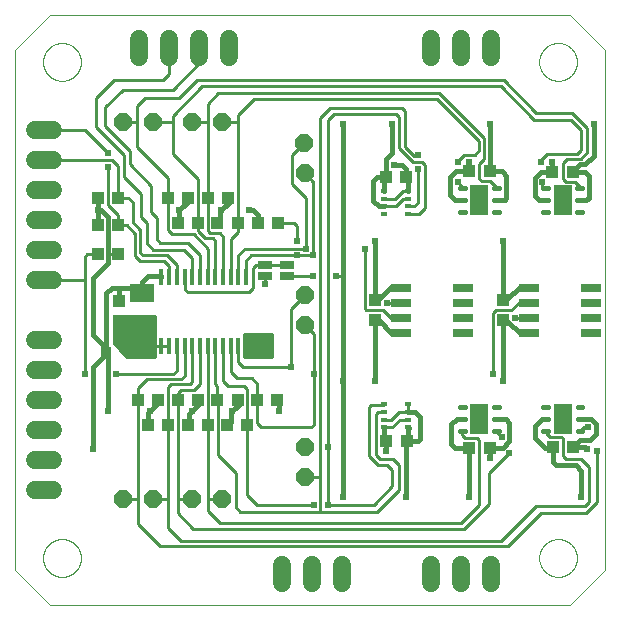
<source format=gtl>
G75*
%MOIN*%
%OFA0B0*%
%FSLAX25Y25*%
%IPPOS*%
%LPD*%
%AMOC8*
5,1,8,0,0,1.08239X$1,22.5*
%
%ADD10C,0.01772*%
%ADD11R,0.06299X0.09843*%
%ADD12C,0.00000*%
%ADD13C,0.06000*%
%ADD14R,0.01969X0.01378*%
%ADD15R,0.01400X0.05800*%
%ADD16R,0.07087X0.03150*%
%ADD17R,0.04134X0.04252*%
%ADD18R,0.03937X0.04331*%
%ADD19R,0.04252X0.04134*%
%ADD20R,0.07874X0.05906*%
%ADD21OC8,0.06000*%
%ADD22R,0.05000X0.02500*%
%ADD23C,0.01600*%
%ADD24C,0.02400*%
%ADD25C,0.01000*%
%ADD26C,0.01500*%
%ADD27R,0.03562X0.03562*%
D10*
X0158704Y0066663D02*
X0160278Y0066663D01*
X0160278Y0070600D02*
X0158704Y0070600D01*
X0158704Y0074537D02*
X0160278Y0074537D01*
X0170122Y0074537D02*
X0171696Y0074537D01*
X0171696Y0070600D02*
X0170122Y0070600D01*
X0170122Y0066663D02*
X0171696Y0066663D01*
X0186504Y0066663D02*
X0188078Y0066663D01*
X0188078Y0070600D02*
X0186504Y0070600D01*
X0186504Y0074537D02*
X0188078Y0074537D01*
X0197922Y0074537D02*
X0199496Y0074537D01*
X0199496Y0070600D02*
X0197922Y0070600D01*
X0197922Y0066663D02*
X0199496Y0066663D01*
X0199396Y0139563D02*
X0197822Y0139563D01*
X0197822Y0143500D02*
X0199396Y0143500D01*
X0199396Y0147437D02*
X0197822Y0147437D01*
X0187978Y0147437D02*
X0186404Y0147437D01*
X0186404Y0143500D02*
X0187978Y0143500D01*
X0187978Y0139563D02*
X0186404Y0139563D01*
X0171696Y0139663D02*
X0170122Y0139663D01*
X0170122Y0143600D02*
X0171696Y0143600D01*
X0171696Y0147537D02*
X0170122Y0147537D01*
X0160278Y0147537D02*
X0158704Y0147537D01*
X0158704Y0143600D02*
X0160278Y0143600D01*
X0160278Y0139663D02*
X0158704Y0139663D01*
D11*
X0165200Y0143600D03*
X0192900Y0143500D03*
X0193000Y0070600D03*
X0165200Y0070600D03*
D12*
X0022111Y0008500D02*
X0010300Y0020311D01*
X0010300Y0193539D01*
X0022111Y0205350D01*
X0195339Y0205350D01*
X0207150Y0193539D01*
X0207150Y0020311D01*
X0195339Y0008500D01*
X0022111Y0008500D01*
X0019749Y0024248D02*
X0019751Y0024406D01*
X0019757Y0024564D01*
X0019767Y0024722D01*
X0019781Y0024880D01*
X0019799Y0025037D01*
X0019820Y0025194D01*
X0019846Y0025350D01*
X0019876Y0025506D01*
X0019909Y0025661D01*
X0019947Y0025814D01*
X0019988Y0025967D01*
X0020033Y0026119D01*
X0020082Y0026270D01*
X0020135Y0026419D01*
X0020191Y0026567D01*
X0020251Y0026713D01*
X0020315Y0026858D01*
X0020383Y0027001D01*
X0020454Y0027143D01*
X0020528Y0027283D01*
X0020606Y0027420D01*
X0020688Y0027556D01*
X0020772Y0027690D01*
X0020861Y0027821D01*
X0020952Y0027950D01*
X0021047Y0028077D01*
X0021144Y0028202D01*
X0021245Y0028324D01*
X0021349Y0028443D01*
X0021456Y0028560D01*
X0021566Y0028674D01*
X0021679Y0028785D01*
X0021794Y0028894D01*
X0021912Y0028999D01*
X0022033Y0029101D01*
X0022156Y0029201D01*
X0022282Y0029297D01*
X0022410Y0029390D01*
X0022540Y0029480D01*
X0022673Y0029566D01*
X0022808Y0029650D01*
X0022944Y0029729D01*
X0023083Y0029806D01*
X0023224Y0029878D01*
X0023366Y0029948D01*
X0023510Y0030013D01*
X0023656Y0030075D01*
X0023803Y0030133D01*
X0023952Y0030188D01*
X0024102Y0030239D01*
X0024253Y0030286D01*
X0024405Y0030329D01*
X0024558Y0030368D01*
X0024713Y0030404D01*
X0024868Y0030435D01*
X0025024Y0030463D01*
X0025180Y0030487D01*
X0025337Y0030507D01*
X0025495Y0030523D01*
X0025652Y0030535D01*
X0025811Y0030543D01*
X0025969Y0030547D01*
X0026127Y0030547D01*
X0026285Y0030543D01*
X0026444Y0030535D01*
X0026601Y0030523D01*
X0026759Y0030507D01*
X0026916Y0030487D01*
X0027072Y0030463D01*
X0027228Y0030435D01*
X0027383Y0030404D01*
X0027538Y0030368D01*
X0027691Y0030329D01*
X0027843Y0030286D01*
X0027994Y0030239D01*
X0028144Y0030188D01*
X0028293Y0030133D01*
X0028440Y0030075D01*
X0028586Y0030013D01*
X0028730Y0029948D01*
X0028872Y0029878D01*
X0029013Y0029806D01*
X0029152Y0029729D01*
X0029288Y0029650D01*
X0029423Y0029566D01*
X0029556Y0029480D01*
X0029686Y0029390D01*
X0029814Y0029297D01*
X0029940Y0029201D01*
X0030063Y0029101D01*
X0030184Y0028999D01*
X0030302Y0028894D01*
X0030417Y0028785D01*
X0030530Y0028674D01*
X0030640Y0028560D01*
X0030747Y0028443D01*
X0030851Y0028324D01*
X0030952Y0028202D01*
X0031049Y0028077D01*
X0031144Y0027950D01*
X0031235Y0027821D01*
X0031324Y0027690D01*
X0031408Y0027556D01*
X0031490Y0027420D01*
X0031568Y0027283D01*
X0031642Y0027143D01*
X0031713Y0027001D01*
X0031781Y0026858D01*
X0031845Y0026713D01*
X0031905Y0026567D01*
X0031961Y0026419D01*
X0032014Y0026270D01*
X0032063Y0026119D01*
X0032108Y0025967D01*
X0032149Y0025814D01*
X0032187Y0025661D01*
X0032220Y0025506D01*
X0032250Y0025350D01*
X0032276Y0025194D01*
X0032297Y0025037D01*
X0032315Y0024880D01*
X0032329Y0024722D01*
X0032339Y0024564D01*
X0032345Y0024406D01*
X0032347Y0024248D01*
X0032345Y0024090D01*
X0032339Y0023932D01*
X0032329Y0023774D01*
X0032315Y0023616D01*
X0032297Y0023459D01*
X0032276Y0023302D01*
X0032250Y0023146D01*
X0032220Y0022990D01*
X0032187Y0022835D01*
X0032149Y0022682D01*
X0032108Y0022529D01*
X0032063Y0022377D01*
X0032014Y0022226D01*
X0031961Y0022077D01*
X0031905Y0021929D01*
X0031845Y0021783D01*
X0031781Y0021638D01*
X0031713Y0021495D01*
X0031642Y0021353D01*
X0031568Y0021213D01*
X0031490Y0021076D01*
X0031408Y0020940D01*
X0031324Y0020806D01*
X0031235Y0020675D01*
X0031144Y0020546D01*
X0031049Y0020419D01*
X0030952Y0020294D01*
X0030851Y0020172D01*
X0030747Y0020053D01*
X0030640Y0019936D01*
X0030530Y0019822D01*
X0030417Y0019711D01*
X0030302Y0019602D01*
X0030184Y0019497D01*
X0030063Y0019395D01*
X0029940Y0019295D01*
X0029814Y0019199D01*
X0029686Y0019106D01*
X0029556Y0019016D01*
X0029423Y0018930D01*
X0029288Y0018846D01*
X0029152Y0018767D01*
X0029013Y0018690D01*
X0028872Y0018618D01*
X0028730Y0018548D01*
X0028586Y0018483D01*
X0028440Y0018421D01*
X0028293Y0018363D01*
X0028144Y0018308D01*
X0027994Y0018257D01*
X0027843Y0018210D01*
X0027691Y0018167D01*
X0027538Y0018128D01*
X0027383Y0018092D01*
X0027228Y0018061D01*
X0027072Y0018033D01*
X0026916Y0018009D01*
X0026759Y0017989D01*
X0026601Y0017973D01*
X0026444Y0017961D01*
X0026285Y0017953D01*
X0026127Y0017949D01*
X0025969Y0017949D01*
X0025811Y0017953D01*
X0025652Y0017961D01*
X0025495Y0017973D01*
X0025337Y0017989D01*
X0025180Y0018009D01*
X0025024Y0018033D01*
X0024868Y0018061D01*
X0024713Y0018092D01*
X0024558Y0018128D01*
X0024405Y0018167D01*
X0024253Y0018210D01*
X0024102Y0018257D01*
X0023952Y0018308D01*
X0023803Y0018363D01*
X0023656Y0018421D01*
X0023510Y0018483D01*
X0023366Y0018548D01*
X0023224Y0018618D01*
X0023083Y0018690D01*
X0022944Y0018767D01*
X0022808Y0018846D01*
X0022673Y0018930D01*
X0022540Y0019016D01*
X0022410Y0019106D01*
X0022282Y0019199D01*
X0022156Y0019295D01*
X0022033Y0019395D01*
X0021912Y0019497D01*
X0021794Y0019602D01*
X0021679Y0019711D01*
X0021566Y0019822D01*
X0021456Y0019936D01*
X0021349Y0020053D01*
X0021245Y0020172D01*
X0021144Y0020294D01*
X0021047Y0020419D01*
X0020952Y0020546D01*
X0020861Y0020675D01*
X0020772Y0020806D01*
X0020688Y0020940D01*
X0020606Y0021076D01*
X0020528Y0021213D01*
X0020454Y0021353D01*
X0020383Y0021495D01*
X0020315Y0021638D01*
X0020251Y0021783D01*
X0020191Y0021929D01*
X0020135Y0022077D01*
X0020082Y0022226D01*
X0020033Y0022377D01*
X0019988Y0022529D01*
X0019947Y0022682D01*
X0019909Y0022835D01*
X0019876Y0022990D01*
X0019846Y0023146D01*
X0019820Y0023302D01*
X0019799Y0023459D01*
X0019781Y0023616D01*
X0019767Y0023774D01*
X0019757Y0023932D01*
X0019751Y0024090D01*
X0019749Y0024248D01*
X0019749Y0189602D02*
X0019751Y0189760D01*
X0019757Y0189918D01*
X0019767Y0190076D01*
X0019781Y0190234D01*
X0019799Y0190391D01*
X0019820Y0190548D01*
X0019846Y0190704D01*
X0019876Y0190860D01*
X0019909Y0191015D01*
X0019947Y0191168D01*
X0019988Y0191321D01*
X0020033Y0191473D01*
X0020082Y0191624D01*
X0020135Y0191773D01*
X0020191Y0191921D01*
X0020251Y0192067D01*
X0020315Y0192212D01*
X0020383Y0192355D01*
X0020454Y0192497D01*
X0020528Y0192637D01*
X0020606Y0192774D01*
X0020688Y0192910D01*
X0020772Y0193044D01*
X0020861Y0193175D01*
X0020952Y0193304D01*
X0021047Y0193431D01*
X0021144Y0193556D01*
X0021245Y0193678D01*
X0021349Y0193797D01*
X0021456Y0193914D01*
X0021566Y0194028D01*
X0021679Y0194139D01*
X0021794Y0194248D01*
X0021912Y0194353D01*
X0022033Y0194455D01*
X0022156Y0194555D01*
X0022282Y0194651D01*
X0022410Y0194744D01*
X0022540Y0194834D01*
X0022673Y0194920D01*
X0022808Y0195004D01*
X0022944Y0195083D01*
X0023083Y0195160D01*
X0023224Y0195232D01*
X0023366Y0195302D01*
X0023510Y0195367D01*
X0023656Y0195429D01*
X0023803Y0195487D01*
X0023952Y0195542D01*
X0024102Y0195593D01*
X0024253Y0195640D01*
X0024405Y0195683D01*
X0024558Y0195722D01*
X0024713Y0195758D01*
X0024868Y0195789D01*
X0025024Y0195817D01*
X0025180Y0195841D01*
X0025337Y0195861D01*
X0025495Y0195877D01*
X0025652Y0195889D01*
X0025811Y0195897D01*
X0025969Y0195901D01*
X0026127Y0195901D01*
X0026285Y0195897D01*
X0026444Y0195889D01*
X0026601Y0195877D01*
X0026759Y0195861D01*
X0026916Y0195841D01*
X0027072Y0195817D01*
X0027228Y0195789D01*
X0027383Y0195758D01*
X0027538Y0195722D01*
X0027691Y0195683D01*
X0027843Y0195640D01*
X0027994Y0195593D01*
X0028144Y0195542D01*
X0028293Y0195487D01*
X0028440Y0195429D01*
X0028586Y0195367D01*
X0028730Y0195302D01*
X0028872Y0195232D01*
X0029013Y0195160D01*
X0029152Y0195083D01*
X0029288Y0195004D01*
X0029423Y0194920D01*
X0029556Y0194834D01*
X0029686Y0194744D01*
X0029814Y0194651D01*
X0029940Y0194555D01*
X0030063Y0194455D01*
X0030184Y0194353D01*
X0030302Y0194248D01*
X0030417Y0194139D01*
X0030530Y0194028D01*
X0030640Y0193914D01*
X0030747Y0193797D01*
X0030851Y0193678D01*
X0030952Y0193556D01*
X0031049Y0193431D01*
X0031144Y0193304D01*
X0031235Y0193175D01*
X0031324Y0193044D01*
X0031408Y0192910D01*
X0031490Y0192774D01*
X0031568Y0192637D01*
X0031642Y0192497D01*
X0031713Y0192355D01*
X0031781Y0192212D01*
X0031845Y0192067D01*
X0031905Y0191921D01*
X0031961Y0191773D01*
X0032014Y0191624D01*
X0032063Y0191473D01*
X0032108Y0191321D01*
X0032149Y0191168D01*
X0032187Y0191015D01*
X0032220Y0190860D01*
X0032250Y0190704D01*
X0032276Y0190548D01*
X0032297Y0190391D01*
X0032315Y0190234D01*
X0032329Y0190076D01*
X0032339Y0189918D01*
X0032345Y0189760D01*
X0032347Y0189602D01*
X0032345Y0189444D01*
X0032339Y0189286D01*
X0032329Y0189128D01*
X0032315Y0188970D01*
X0032297Y0188813D01*
X0032276Y0188656D01*
X0032250Y0188500D01*
X0032220Y0188344D01*
X0032187Y0188189D01*
X0032149Y0188036D01*
X0032108Y0187883D01*
X0032063Y0187731D01*
X0032014Y0187580D01*
X0031961Y0187431D01*
X0031905Y0187283D01*
X0031845Y0187137D01*
X0031781Y0186992D01*
X0031713Y0186849D01*
X0031642Y0186707D01*
X0031568Y0186567D01*
X0031490Y0186430D01*
X0031408Y0186294D01*
X0031324Y0186160D01*
X0031235Y0186029D01*
X0031144Y0185900D01*
X0031049Y0185773D01*
X0030952Y0185648D01*
X0030851Y0185526D01*
X0030747Y0185407D01*
X0030640Y0185290D01*
X0030530Y0185176D01*
X0030417Y0185065D01*
X0030302Y0184956D01*
X0030184Y0184851D01*
X0030063Y0184749D01*
X0029940Y0184649D01*
X0029814Y0184553D01*
X0029686Y0184460D01*
X0029556Y0184370D01*
X0029423Y0184284D01*
X0029288Y0184200D01*
X0029152Y0184121D01*
X0029013Y0184044D01*
X0028872Y0183972D01*
X0028730Y0183902D01*
X0028586Y0183837D01*
X0028440Y0183775D01*
X0028293Y0183717D01*
X0028144Y0183662D01*
X0027994Y0183611D01*
X0027843Y0183564D01*
X0027691Y0183521D01*
X0027538Y0183482D01*
X0027383Y0183446D01*
X0027228Y0183415D01*
X0027072Y0183387D01*
X0026916Y0183363D01*
X0026759Y0183343D01*
X0026601Y0183327D01*
X0026444Y0183315D01*
X0026285Y0183307D01*
X0026127Y0183303D01*
X0025969Y0183303D01*
X0025811Y0183307D01*
X0025652Y0183315D01*
X0025495Y0183327D01*
X0025337Y0183343D01*
X0025180Y0183363D01*
X0025024Y0183387D01*
X0024868Y0183415D01*
X0024713Y0183446D01*
X0024558Y0183482D01*
X0024405Y0183521D01*
X0024253Y0183564D01*
X0024102Y0183611D01*
X0023952Y0183662D01*
X0023803Y0183717D01*
X0023656Y0183775D01*
X0023510Y0183837D01*
X0023366Y0183902D01*
X0023224Y0183972D01*
X0023083Y0184044D01*
X0022944Y0184121D01*
X0022808Y0184200D01*
X0022673Y0184284D01*
X0022540Y0184370D01*
X0022410Y0184460D01*
X0022282Y0184553D01*
X0022156Y0184649D01*
X0022033Y0184749D01*
X0021912Y0184851D01*
X0021794Y0184956D01*
X0021679Y0185065D01*
X0021566Y0185176D01*
X0021456Y0185290D01*
X0021349Y0185407D01*
X0021245Y0185526D01*
X0021144Y0185648D01*
X0021047Y0185773D01*
X0020952Y0185900D01*
X0020861Y0186029D01*
X0020772Y0186160D01*
X0020688Y0186294D01*
X0020606Y0186430D01*
X0020528Y0186567D01*
X0020454Y0186707D01*
X0020383Y0186849D01*
X0020315Y0186992D01*
X0020251Y0187137D01*
X0020191Y0187283D01*
X0020135Y0187431D01*
X0020082Y0187580D01*
X0020033Y0187731D01*
X0019988Y0187883D01*
X0019947Y0188036D01*
X0019909Y0188189D01*
X0019876Y0188344D01*
X0019846Y0188500D01*
X0019820Y0188656D01*
X0019799Y0188813D01*
X0019781Y0188970D01*
X0019767Y0189128D01*
X0019757Y0189286D01*
X0019751Y0189444D01*
X0019749Y0189602D01*
X0185103Y0189602D02*
X0185105Y0189760D01*
X0185111Y0189918D01*
X0185121Y0190076D01*
X0185135Y0190234D01*
X0185153Y0190391D01*
X0185174Y0190548D01*
X0185200Y0190704D01*
X0185230Y0190860D01*
X0185263Y0191015D01*
X0185301Y0191168D01*
X0185342Y0191321D01*
X0185387Y0191473D01*
X0185436Y0191624D01*
X0185489Y0191773D01*
X0185545Y0191921D01*
X0185605Y0192067D01*
X0185669Y0192212D01*
X0185737Y0192355D01*
X0185808Y0192497D01*
X0185882Y0192637D01*
X0185960Y0192774D01*
X0186042Y0192910D01*
X0186126Y0193044D01*
X0186215Y0193175D01*
X0186306Y0193304D01*
X0186401Y0193431D01*
X0186498Y0193556D01*
X0186599Y0193678D01*
X0186703Y0193797D01*
X0186810Y0193914D01*
X0186920Y0194028D01*
X0187033Y0194139D01*
X0187148Y0194248D01*
X0187266Y0194353D01*
X0187387Y0194455D01*
X0187510Y0194555D01*
X0187636Y0194651D01*
X0187764Y0194744D01*
X0187894Y0194834D01*
X0188027Y0194920D01*
X0188162Y0195004D01*
X0188298Y0195083D01*
X0188437Y0195160D01*
X0188578Y0195232D01*
X0188720Y0195302D01*
X0188864Y0195367D01*
X0189010Y0195429D01*
X0189157Y0195487D01*
X0189306Y0195542D01*
X0189456Y0195593D01*
X0189607Y0195640D01*
X0189759Y0195683D01*
X0189912Y0195722D01*
X0190067Y0195758D01*
X0190222Y0195789D01*
X0190378Y0195817D01*
X0190534Y0195841D01*
X0190691Y0195861D01*
X0190849Y0195877D01*
X0191006Y0195889D01*
X0191165Y0195897D01*
X0191323Y0195901D01*
X0191481Y0195901D01*
X0191639Y0195897D01*
X0191798Y0195889D01*
X0191955Y0195877D01*
X0192113Y0195861D01*
X0192270Y0195841D01*
X0192426Y0195817D01*
X0192582Y0195789D01*
X0192737Y0195758D01*
X0192892Y0195722D01*
X0193045Y0195683D01*
X0193197Y0195640D01*
X0193348Y0195593D01*
X0193498Y0195542D01*
X0193647Y0195487D01*
X0193794Y0195429D01*
X0193940Y0195367D01*
X0194084Y0195302D01*
X0194226Y0195232D01*
X0194367Y0195160D01*
X0194506Y0195083D01*
X0194642Y0195004D01*
X0194777Y0194920D01*
X0194910Y0194834D01*
X0195040Y0194744D01*
X0195168Y0194651D01*
X0195294Y0194555D01*
X0195417Y0194455D01*
X0195538Y0194353D01*
X0195656Y0194248D01*
X0195771Y0194139D01*
X0195884Y0194028D01*
X0195994Y0193914D01*
X0196101Y0193797D01*
X0196205Y0193678D01*
X0196306Y0193556D01*
X0196403Y0193431D01*
X0196498Y0193304D01*
X0196589Y0193175D01*
X0196678Y0193044D01*
X0196762Y0192910D01*
X0196844Y0192774D01*
X0196922Y0192637D01*
X0196996Y0192497D01*
X0197067Y0192355D01*
X0197135Y0192212D01*
X0197199Y0192067D01*
X0197259Y0191921D01*
X0197315Y0191773D01*
X0197368Y0191624D01*
X0197417Y0191473D01*
X0197462Y0191321D01*
X0197503Y0191168D01*
X0197541Y0191015D01*
X0197574Y0190860D01*
X0197604Y0190704D01*
X0197630Y0190548D01*
X0197651Y0190391D01*
X0197669Y0190234D01*
X0197683Y0190076D01*
X0197693Y0189918D01*
X0197699Y0189760D01*
X0197701Y0189602D01*
X0197699Y0189444D01*
X0197693Y0189286D01*
X0197683Y0189128D01*
X0197669Y0188970D01*
X0197651Y0188813D01*
X0197630Y0188656D01*
X0197604Y0188500D01*
X0197574Y0188344D01*
X0197541Y0188189D01*
X0197503Y0188036D01*
X0197462Y0187883D01*
X0197417Y0187731D01*
X0197368Y0187580D01*
X0197315Y0187431D01*
X0197259Y0187283D01*
X0197199Y0187137D01*
X0197135Y0186992D01*
X0197067Y0186849D01*
X0196996Y0186707D01*
X0196922Y0186567D01*
X0196844Y0186430D01*
X0196762Y0186294D01*
X0196678Y0186160D01*
X0196589Y0186029D01*
X0196498Y0185900D01*
X0196403Y0185773D01*
X0196306Y0185648D01*
X0196205Y0185526D01*
X0196101Y0185407D01*
X0195994Y0185290D01*
X0195884Y0185176D01*
X0195771Y0185065D01*
X0195656Y0184956D01*
X0195538Y0184851D01*
X0195417Y0184749D01*
X0195294Y0184649D01*
X0195168Y0184553D01*
X0195040Y0184460D01*
X0194910Y0184370D01*
X0194777Y0184284D01*
X0194642Y0184200D01*
X0194506Y0184121D01*
X0194367Y0184044D01*
X0194226Y0183972D01*
X0194084Y0183902D01*
X0193940Y0183837D01*
X0193794Y0183775D01*
X0193647Y0183717D01*
X0193498Y0183662D01*
X0193348Y0183611D01*
X0193197Y0183564D01*
X0193045Y0183521D01*
X0192892Y0183482D01*
X0192737Y0183446D01*
X0192582Y0183415D01*
X0192426Y0183387D01*
X0192270Y0183363D01*
X0192113Y0183343D01*
X0191955Y0183327D01*
X0191798Y0183315D01*
X0191639Y0183307D01*
X0191481Y0183303D01*
X0191323Y0183303D01*
X0191165Y0183307D01*
X0191006Y0183315D01*
X0190849Y0183327D01*
X0190691Y0183343D01*
X0190534Y0183363D01*
X0190378Y0183387D01*
X0190222Y0183415D01*
X0190067Y0183446D01*
X0189912Y0183482D01*
X0189759Y0183521D01*
X0189607Y0183564D01*
X0189456Y0183611D01*
X0189306Y0183662D01*
X0189157Y0183717D01*
X0189010Y0183775D01*
X0188864Y0183837D01*
X0188720Y0183902D01*
X0188578Y0183972D01*
X0188437Y0184044D01*
X0188298Y0184121D01*
X0188162Y0184200D01*
X0188027Y0184284D01*
X0187894Y0184370D01*
X0187764Y0184460D01*
X0187636Y0184553D01*
X0187510Y0184649D01*
X0187387Y0184749D01*
X0187266Y0184851D01*
X0187148Y0184956D01*
X0187033Y0185065D01*
X0186920Y0185176D01*
X0186810Y0185290D01*
X0186703Y0185407D01*
X0186599Y0185526D01*
X0186498Y0185648D01*
X0186401Y0185773D01*
X0186306Y0185900D01*
X0186215Y0186029D01*
X0186126Y0186160D01*
X0186042Y0186294D01*
X0185960Y0186430D01*
X0185882Y0186567D01*
X0185808Y0186707D01*
X0185737Y0186849D01*
X0185669Y0186992D01*
X0185605Y0187137D01*
X0185545Y0187283D01*
X0185489Y0187431D01*
X0185436Y0187580D01*
X0185387Y0187731D01*
X0185342Y0187883D01*
X0185301Y0188036D01*
X0185263Y0188189D01*
X0185230Y0188344D01*
X0185200Y0188500D01*
X0185174Y0188656D01*
X0185153Y0188813D01*
X0185135Y0188970D01*
X0185121Y0189128D01*
X0185111Y0189286D01*
X0185105Y0189444D01*
X0185103Y0189602D01*
X0185103Y0024248D02*
X0185105Y0024406D01*
X0185111Y0024564D01*
X0185121Y0024722D01*
X0185135Y0024880D01*
X0185153Y0025037D01*
X0185174Y0025194D01*
X0185200Y0025350D01*
X0185230Y0025506D01*
X0185263Y0025661D01*
X0185301Y0025814D01*
X0185342Y0025967D01*
X0185387Y0026119D01*
X0185436Y0026270D01*
X0185489Y0026419D01*
X0185545Y0026567D01*
X0185605Y0026713D01*
X0185669Y0026858D01*
X0185737Y0027001D01*
X0185808Y0027143D01*
X0185882Y0027283D01*
X0185960Y0027420D01*
X0186042Y0027556D01*
X0186126Y0027690D01*
X0186215Y0027821D01*
X0186306Y0027950D01*
X0186401Y0028077D01*
X0186498Y0028202D01*
X0186599Y0028324D01*
X0186703Y0028443D01*
X0186810Y0028560D01*
X0186920Y0028674D01*
X0187033Y0028785D01*
X0187148Y0028894D01*
X0187266Y0028999D01*
X0187387Y0029101D01*
X0187510Y0029201D01*
X0187636Y0029297D01*
X0187764Y0029390D01*
X0187894Y0029480D01*
X0188027Y0029566D01*
X0188162Y0029650D01*
X0188298Y0029729D01*
X0188437Y0029806D01*
X0188578Y0029878D01*
X0188720Y0029948D01*
X0188864Y0030013D01*
X0189010Y0030075D01*
X0189157Y0030133D01*
X0189306Y0030188D01*
X0189456Y0030239D01*
X0189607Y0030286D01*
X0189759Y0030329D01*
X0189912Y0030368D01*
X0190067Y0030404D01*
X0190222Y0030435D01*
X0190378Y0030463D01*
X0190534Y0030487D01*
X0190691Y0030507D01*
X0190849Y0030523D01*
X0191006Y0030535D01*
X0191165Y0030543D01*
X0191323Y0030547D01*
X0191481Y0030547D01*
X0191639Y0030543D01*
X0191798Y0030535D01*
X0191955Y0030523D01*
X0192113Y0030507D01*
X0192270Y0030487D01*
X0192426Y0030463D01*
X0192582Y0030435D01*
X0192737Y0030404D01*
X0192892Y0030368D01*
X0193045Y0030329D01*
X0193197Y0030286D01*
X0193348Y0030239D01*
X0193498Y0030188D01*
X0193647Y0030133D01*
X0193794Y0030075D01*
X0193940Y0030013D01*
X0194084Y0029948D01*
X0194226Y0029878D01*
X0194367Y0029806D01*
X0194506Y0029729D01*
X0194642Y0029650D01*
X0194777Y0029566D01*
X0194910Y0029480D01*
X0195040Y0029390D01*
X0195168Y0029297D01*
X0195294Y0029201D01*
X0195417Y0029101D01*
X0195538Y0028999D01*
X0195656Y0028894D01*
X0195771Y0028785D01*
X0195884Y0028674D01*
X0195994Y0028560D01*
X0196101Y0028443D01*
X0196205Y0028324D01*
X0196306Y0028202D01*
X0196403Y0028077D01*
X0196498Y0027950D01*
X0196589Y0027821D01*
X0196678Y0027690D01*
X0196762Y0027556D01*
X0196844Y0027420D01*
X0196922Y0027283D01*
X0196996Y0027143D01*
X0197067Y0027001D01*
X0197135Y0026858D01*
X0197199Y0026713D01*
X0197259Y0026567D01*
X0197315Y0026419D01*
X0197368Y0026270D01*
X0197417Y0026119D01*
X0197462Y0025967D01*
X0197503Y0025814D01*
X0197541Y0025661D01*
X0197574Y0025506D01*
X0197604Y0025350D01*
X0197630Y0025194D01*
X0197651Y0025037D01*
X0197669Y0024880D01*
X0197683Y0024722D01*
X0197693Y0024564D01*
X0197699Y0024406D01*
X0197701Y0024248D01*
X0197699Y0024090D01*
X0197693Y0023932D01*
X0197683Y0023774D01*
X0197669Y0023616D01*
X0197651Y0023459D01*
X0197630Y0023302D01*
X0197604Y0023146D01*
X0197574Y0022990D01*
X0197541Y0022835D01*
X0197503Y0022682D01*
X0197462Y0022529D01*
X0197417Y0022377D01*
X0197368Y0022226D01*
X0197315Y0022077D01*
X0197259Y0021929D01*
X0197199Y0021783D01*
X0197135Y0021638D01*
X0197067Y0021495D01*
X0196996Y0021353D01*
X0196922Y0021213D01*
X0196844Y0021076D01*
X0196762Y0020940D01*
X0196678Y0020806D01*
X0196589Y0020675D01*
X0196498Y0020546D01*
X0196403Y0020419D01*
X0196306Y0020294D01*
X0196205Y0020172D01*
X0196101Y0020053D01*
X0195994Y0019936D01*
X0195884Y0019822D01*
X0195771Y0019711D01*
X0195656Y0019602D01*
X0195538Y0019497D01*
X0195417Y0019395D01*
X0195294Y0019295D01*
X0195168Y0019199D01*
X0195040Y0019106D01*
X0194910Y0019016D01*
X0194777Y0018930D01*
X0194642Y0018846D01*
X0194506Y0018767D01*
X0194367Y0018690D01*
X0194226Y0018618D01*
X0194084Y0018548D01*
X0193940Y0018483D01*
X0193794Y0018421D01*
X0193647Y0018363D01*
X0193498Y0018308D01*
X0193348Y0018257D01*
X0193197Y0018210D01*
X0193045Y0018167D01*
X0192892Y0018128D01*
X0192737Y0018092D01*
X0192582Y0018061D01*
X0192426Y0018033D01*
X0192270Y0018009D01*
X0192113Y0017989D01*
X0191955Y0017973D01*
X0191798Y0017961D01*
X0191639Y0017953D01*
X0191481Y0017949D01*
X0191323Y0017949D01*
X0191165Y0017953D01*
X0191006Y0017961D01*
X0190849Y0017973D01*
X0190691Y0017989D01*
X0190534Y0018009D01*
X0190378Y0018033D01*
X0190222Y0018061D01*
X0190067Y0018092D01*
X0189912Y0018128D01*
X0189759Y0018167D01*
X0189607Y0018210D01*
X0189456Y0018257D01*
X0189306Y0018308D01*
X0189157Y0018363D01*
X0189010Y0018421D01*
X0188864Y0018483D01*
X0188720Y0018548D01*
X0188578Y0018618D01*
X0188437Y0018690D01*
X0188298Y0018767D01*
X0188162Y0018846D01*
X0188027Y0018930D01*
X0187894Y0019016D01*
X0187764Y0019106D01*
X0187636Y0019199D01*
X0187510Y0019295D01*
X0187387Y0019395D01*
X0187266Y0019497D01*
X0187148Y0019602D01*
X0187033Y0019711D01*
X0186920Y0019822D01*
X0186810Y0019936D01*
X0186703Y0020053D01*
X0186599Y0020172D01*
X0186498Y0020294D01*
X0186401Y0020419D01*
X0186306Y0020546D01*
X0186215Y0020675D01*
X0186126Y0020806D01*
X0186042Y0020940D01*
X0185960Y0021076D01*
X0185882Y0021213D01*
X0185808Y0021353D01*
X0185737Y0021495D01*
X0185669Y0021638D01*
X0185605Y0021783D01*
X0185545Y0021929D01*
X0185489Y0022077D01*
X0185436Y0022226D01*
X0185387Y0022377D01*
X0185342Y0022529D01*
X0185301Y0022682D01*
X0185263Y0022835D01*
X0185230Y0022990D01*
X0185200Y0023146D01*
X0185174Y0023302D01*
X0185153Y0023459D01*
X0185135Y0023616D01*
X0185121Y0023774D01*
X0185111Y0023932D01*
X0185105Y0024090D01*
X0185103Y0024248D01*
D13*
X0169100Y0021900D02*
X0169100Y0015900D01*
X0159100Y0015900D02*
X0159100Y0021900D01*
X0149100Y0021900D02*
X0149100Y0015900D01*
X0119500Y0015900D02*
X0119500Y0021900D01*
X0109500Y0021900D02*
X0109500Y0015900D01*
X0099500Y0015900D02*
X0099500Y0021900D01*
X0023143Y0046925D02*
X0017143Y0046925D01*
X0017143Y0056925D02*
X0023143Y0056925D01*
X0023143Y0066925D02*
X0017143Y0066925D01*
X0017143Y0076925D02*
X0023143Y0076925D01*
X0023143Y0086925D02*
X0017143Y0086925D01*
X0017143Y0096925D02*
X0023143Y0096925D01*
X0023143Y0116925D02*
X0017143Y0116925D01*
X0017143Y0126925D02*
X0023143Y0126925D01*
X0023143Y0136925D02*
X0017143Y0136925D01*
X0017143Y0146925D02*
X0023143Y0146925D01*
X0023143Y0156925D02*
X0017143Y0156925D01*
X0017143Y0166925D02*
X0023143Y0166925D01*
X0051700Y0191400D02*
X0051700Y0197400D01*
X0061700Y0197400D02*
X0061700Y0191400D01*
X0071700Y0191400D02*
X0071700Y0197400D01*
X0081700Y0197400D02*
X0081700Y0191400D01*
X0149100Y0191400D02*
X0149100Y0197400D01*
X0159100Y0197400D02*
X0159100Y0191400D01*
X0169100Y0191400D02*
X0169100Y0197400D01*
D14*
X0141386Y0146539D03*
X0141386Y0143980D03*
X0141386Y0141420D03*
X0141386Y0138861D03*
X0133414Y0138861D03*
X0133414Y0141420D03*
X0133414Y0143980D03*
X0133414Y0146539D03*
X0133514Y0075439D03*
X0133514Y0072880D03*
X0133514Y0070320D03*
X0133514Y0067761D03*
X0141486Y0067761D03*
X0141486Y0070320D03*
X0141486Y0072880D03*
X0141486Y0075439D03*
D15*
X0087400Y0095000D03*
X0084800Y0095000D03*
X0082300Y0095000D03*
X0079700Y0095000D03*
X0077100Y0095000D03*
X0074600Y0095000D03*
X0072000Y0095000D03*
X0069500Y0095000D03*
X0066900Y0095000D03*
X0064300Y0095000D03*
X0061800Y0095000D03*
X0059200Y0095000D03*
X0059200Y0118000D03*
X0061800Y0118000D03*
X0064300Y0118000D03*
X0066900Y0118000D03*
X0069500Y0118000D03*
X0072000Y0118000D03*
X0074600Y0118000D03*
X0077100Y0118000D03*
X0079700Y0118000D03*
X0082300Y0118000D03*
X0084800Y0118000D03*
X0087400Y0118000D03*
D16*
X0139006Y0114400D03*
X0139006Y0109400D03*
X0139006Y0104400D03*
X0139006Y0099400D03*
X0159794Y0099400D03*
X0159794Y0104400D03*
X0159794Y0109400D03*
X0159794Y0114400D03*
X0181706Y0114400D03*
X0181706Y0109400D03*
X0181706Y0104400D03*
X0181706Y0099400D03*
X0202494Y0099400D03*
X0202494Y0104400D03*
X0202494Y0109400D03*
X0202494Y0114400D03*
D17*
X0196345Y0153000D03*
X0189455Y0153000D03*
X0168645Y0153100D03*
X0161755Y0153100D03*
X0140845Y0151200D03*
X0133955Y0151200D03*
X0134055Y0063300D03*
X0140945Y0063300D03*
X0161755Y0061000D03*
X0168645Y0061000D03*
X0189555Y0061200D03*
X0196445Y0061200D03*
D18*
X0097746Y0077000D03*
X0091054Y0077000D03*
X0084546Y0077000D03*
X0077854Y0077000D03*
X0071346Y0077000D03*
X0064654Y0077000D03*
X0058146Y0077000D03*
X0051454Y0077000D03*
X0054654Y0068700D03*
X0061346Y0068700D03*
X0067954Y0068700D03*
X0074646Y0068700D03*
X0081154Y0068700D03*
X0087846Y0068700D03*
X0044646Y0125600D03*
X0037954Y0125600D03*
X0037954Y0135093D03*
X0044646Y0135093D03*
X0044746Y0144300D03*
X0038054Y0144300D03*
X0061254Y0144300D03*
X0067946Y0144300D03*
X0074654Y0144300D03*
X0081346Y0144300D03*
X0084546Y0136000D03*
X0077854Y0136000D03*
X0071346Y0136000D03*
X0064654Y0136000D03*
X0091354Y0136000D03*
X0098046Y0136000D03*
D19*
X0130300Y0110345D03*
X0130300Y0103455D03*
X0173100Y0103455D03*
X0173100Y0110345D03*
X0045200Y0110045D03*
X0045200Y0103155D03*
D20*
X0052700Y0100694D03*
X0052700Y0112506D03*
D21*
X0107000Y0111900D03*
X0107000Y0101900D03*
X0107000Y0061200D03*
X0107000Y0051200D03*
X0079500Y0044000D03*
X0069500Y0044000D03*
X0056500Y0044000D03*
X0046500Y0044000D03*
X0106900Y0152500D03*
X0106600Y0162500D03*
X0079500Y0169700D03*
X0069500Y0169700D03*
X0056500Y0169700D03*
X0046500Y0169700D03*
D22*
X0093700Y0121872D03*
X0093700Y0118328D03*
X0100900Y0118328D03*
X0100900Y0121872D03*
D23*
X0091354Y0136000D02*
X0091300Y0136054D01*
X0091300Y0138600D01*
X0089800Y0140100D01*
X0088300Y0140100D01*
X0081946Y0142846D02*
X0079200Y0140100D01*
X0078700Y0139600D01*
X0078700Y0136446D01*
X0067946Y0142846D02*
X0065200Y0140100D01*
X0065200Y0136046D01*
X0059100Y0118100D02*
X0054700Y0118100D01*
X0052700Y0116100D01*
X0052700Y0112506D01*
X0051194Y0112506D01*
X0049400Y0114300D01*
X0045100Y0114300D01*
X0045100Y0110145D01*
X0045200Y0110045D01*
X0045100Y0114300D02*
X0042600Y0114300D01*
X0040725Y0112425D01*
X0040725Y0092925D01*
X0041300Y0093500D01*
X0036300Y0098500D01*
X0036300Y0117700D01*
X0041300Y0122700D01*
X0041300Y0129200D02*
X0041300Y0132300D01*
X0038100Y0135239D02*
X0038100Y0140100D01*
X0038054Y0140146D01*
X0038054Y0144300D01*
X0038100Y0140100D02*
X0039100Y0140100D01*
X0041300Y0137900D01*
X0038100Y0135239D02*
X0037954Y0135093D01*
X0059100Y0118100D02*
X0059200Y0118000D01*
X0056600Y0104600D02*
X0043600Y0104600D01*
X0043600Y0095800D01*
X0047700Y0091700D01*
X0056600Y0091700D01*
X0056600Y0104600D01*
X0056600Y0104411D02*
X0043600Y0104411D01*
X0043600Y0102812D02*
X0056600Y0102812D01*
X0056600Y0101214D02*
X0043600Y0101214D01*
X0043600Y0099615D02*
X0056600Y0099615D01*
X0056600Y0098017D02*
X0043600Y0098017D01*
X0043600Y0096418D02*
X0056600Y0096418D01*
X0056600Y0094820D02*
X0044580Y0094820D01*
X0046179Y0093221D02*
X0056600Y0093221D01*
X0052700Y0095400D02*
X0052700Y0100694D01*
X0045200Y0098800D02*
X0045200Y0103155D01*
X0041300Y0093500D02*
X0041300Y0092800D01*
X0036300Y0087800D01*
X0036300Y0060500D01*
X0041300Y0073100D02*
X0041300Y0092800D01*
X0057446Y0075246D02*
X0055300Y0073100D01*
X0054800Y0072600D01*
X0054800Y0069046D01*
X0068300Y0069346D02*
X0068300Y0072100D01*
X0069300Y0073100D01*
X0071346Y0075146D01*
X0082300Y0072600D02*
X0082300Y0069546D01*
X0082300Y0072600D02*
X0082800Y0073100D01*
X0084946Y0075246D01*
X0098300Y0076854D02*
X0098300Y0073100D01*
X0095800Y0091500D02*
X0087100Y0091500D01*
X0087100Y0098500D01*
X0095800Y0098500D01*
X0095800Y0091500D01*
X0095800Y0091623D02*
X0087100Y0091623D01*
X0087100Y0093221D02*
X0095800Y0093221D01*
X0095800Y0094820D02*
X0087100Y0094820D01*
X0087400Y0095000D02*
X0087402Y0095039D01*
X0087408Y0095078D01*
X0087417Y0095116D01*
X0087430Y0095153D01*
X0087447Y0095189D01*
X0087467Y0095222D01*
X0087491Y0095254D01*
X0087517Y0095283D01*
X0087546Y0095309D01*
X0087578Y0095333D01*
X0087611Y0095353D01*
X0087647Y0095370D01*
X0087684Y0095383D01*
X0087722Y0095392D01*
X0087761Y0095398D01*
X0087800Y0095400D01*
X0090700Y0096300D01*
X0087100Y0096418D02*
X0095800Y0096418D01*
X0095800Y0098017D02*
X0087100Y0098017D01*
X0119800Y0083100D02*
X0119800Y0044600D01*
X0134100Y0059900D02*
X0134100Y0063145D01*
X0134000Y0063245D01*
X0134055Y0063300D01*
X0133514Y0063841D01*
X0133514Y0067761D01*
X0140600Y0062900D02*
X0140600Y0044600D01*
X0140600Y0062900D02*
X0141000Y0063300D01*
X0140945Y0063300D01*
X0141486Y0063841D01*
X0141486Y0067761D01*
X0141548Y0067700D01*
X0141500Y0067700D01*
X0141000Y0063300D02*
X0144800Y0063300D01*
X0145500Y0064000D01*
X0145500Y0071100D01*
X0143700Y0072900D01*
X0141507Y0072900D01*
X0141486Y0072880D01*
X0140945Y0063300D02*
X0141000Y0063245D01*
X0155800Y0062400D02*
X0155800Y0068800D01*
X0157600Y0070600D01*
X0159491Y0070600D01*
X0155800Y0062400D02*
X0155800Y0062300D01*
X0157100Y0061000D01*
X0161755Y0061000D01*
X0161800Y0061000D02*
X0161800Y0044600D01*
X0168600Y0057700D02*
X0168600Y0060955D01*
X0168645Y0061000D01*
X0173000Y0061000D01*
X0175200Y0063200D01*
X0175200Y0069400D01*
X0174000Y0070600D01*
X0170909Y0070600D01*
X0173100Y0083100D02*
X0173100Y0103300D01*
X0174800Y0103000D01*
X0178700Y0099100D01*
X0181706Y0099400D01*
X0174500Y0110500D02*
X0173100Y0110300D01*
X0173100Y0130000D01*
X0173600Y0143600D02*
X0170909Y0143600D01*
X0173600Y0143600D02*
X0174200Y0144200D01*
X0174200Y0151700D01*
X0172900Y0153000D01*
X0172800Y0153100D01*
X0168645Y0153100D01*
X0168600Y0153100D01*
X0168600Y0153400D01*
X0168600Y0168900D01*
X0161800Y0156300D02*
X0161800Y0153000D01*
X0161755Y0153100D02*
X0157600Y0153100D01*
X0157300Y0153100D01*
X0155500Y0151300D01*
X0155500Y0145300D01*
X0157200Y0143600D01*
X0159491Y0143600D01*
X0161755Y0152600D02*
X0161755Y0153100D01*
X0141400Y0151200D02*
X0141400Y0146552D01*
X0141386Y0146539D01*
X0141400Y0151200D02*
X0140845Y0151200D01*
X0140800Y0151245D01*
X0140800Y0154000D01*
X0139400Y0155400D01*
X0136800Y0155400D01*
X0134000Y0157400D02*
X0134000Y0151245D01*
X0133955Y0151200D01*
X0133414Y0150659D01*
X0133414Y0146539D01*
X0133855Y0151100D02*
X0131000Y0151100D01*
X0129800Y0149900D01*
X0129800Y0143320D01*
X0131700Y0141420D01*
X0133414Y0141420D01*
X0133855Y0151100D02*
X0133955Y0151200D01*
X0133955Y0151955D01*
X0134000Y0157400D02*
X0135900Y0159300D01*
X0135900Y0168900D01*
X0119800Y0168900D02*
X0119800Y0118500D01*
X0119800Y0083100D01*
X0130300Y0083100D02*
X0130300Y0103455D01*
X0131545Y0103455D01*
X0135600Y0099400D01*
X0139006Y0099400D01*
X0131645Y0110445D02*
X0135700Y0114500D01*
X0139006Y0114400D01*
X0131645Y0110445D02*
X0130300Y0110345D01*
X0130300Y0130000D01*
X0174500Y0110500D02*
X0178600Y0114600D01*
X0181706Y0114400D01*
X0185000Y0143500D02*
X0183600Y0144900D01*
X0183600Y0151000D01*
X0185600Y0153000D01*
X0189455Y0153000D01*
X0189400Y0156400D01*
X0196345Y0153000D02*
X0198845Y0155500D01*
X0200500Y0155500D01*
X0203300Y0158300D01*
X0203300Y0168900D01*
X0200300Y0153000D02*
X0196345Y0153000D01*
X0197200Y0152900D01*
X0200300Y0153000D02*
X0201700Y0151600D01*
X0201700Y0144400D01*
X0200800Y0143500D01*
X0198609Y0143500D01*
X0187191Y0143500D02*
X0185000Y0143500D01*
X0185900Y0070600D02*
X0187291Y0070600D01*
X0185900Y0070600D02*
X0183700Y0068400D01*
X0183700Y0064200D01*
X0186900Y0061000D01*
X0189555Y0061200D01*
X0189500Y0060900D02*
X0189700Y0060700D01*
X0189700Y0056200D01*
X0190800Y0055100D01*
X0197300Y0055100D01*
X0199200Y0053200D01*
X0199200Y0044600D01*
X0200900Y0060600D02*
X0200300Y0061200D01*
X0196445Y0061200D01*
X0198745Y0063500D01*
X0202000Y0063500D01*
X0204000Y0065500D01*
X0204000Y0069000D01*
X0202400Y0070600D01*
X0198709Y0070600D01*
X0198809Y0070500D01*
X0196445Y0061200D02*
X0195900Y0060455D01*
D24*
X0200900Y0060600D03*
X0204500Y0059800D03*
X0201300Y0067900D03*
X0199200Y0044600D03*
X0175100Y0059400D03*
X0172600Y0064600D03*
X0168600Y0057700D03*
X0161800Y0044600D03*
X0140600Y0044600D03*
X0134100Y0059900D03*
X0119800Y0044600D03*
X0114600Y0042000D03*
X0109900Y0042000D03*
X0114600Y0061200D03*
X0098300Y0073100D03*
X0109900Y0085700D03*
X0102400Y0088000D03*
X0093800Y0093400D03*
X0093800Y0096300D03*
X0090700Y0096300D03*
X0090700Y0093400D03*
X0082800Y0073100D03*
X0069300Y0073100D03*
X0055300Y0073100D03*
X0041300Y0073100D03*
X0044000Y0085500D03*
X0046500Y0095400D03*
X0049700Y0095400D03*
X0052700Y0095400D03*
X0055700Y0095400D03*
X0045200Y0098800D03*
X0033600Y0085500D03*
X0036300Y0060500D03*
X0093700Y0115700D03*
X0104500Y0125100D03*
X0107400Y0127400D03*
X0109800Y0125100D03*
X0104500Y0130000D03*
X0109800Y0118300D03*
X0117300Y0118300D03*
X0127000Y0127400D03*
X0130300Y0130000D03*
X0134300Y0109400D03*
X0130300Y0083100D03*
X0119800Y0083100D03*
X0169800Y0085700D03*
X0173100Y0083100D03*
X0177100Y0104400D03*
X0173100Y0130000D03*
X0186200Y0149500D03*
X0185800Y0156200D03*
X0189400Y0156400D03*
X0203300Y0168900D03*
X0168600Y0168900D03*
X0161800Y0156300D03*
X0158100Y0156100D03*
X0158100Y0149600D03*
X0144700Y0153900D03*
X0144700Y0158500D03*
X0136800Y0155400D03*
X0135900Y0168900D03*
X0119800Y0168900D03*
X0088300Y0140100D03*
X0079200Y0140100D03*
X0065200Y0140100D03*
X0041400Y0154600D03*
X0041400Y0159300D03*
X0038100Y0140100D03*
D25*
X0041400Y0141900D02*
X0044700Y0138600D01*
X0044700Y0135146D01*
X0044646Y0135093D01*
X0044654Y0135100D01*
X0047700Y0135100D01*
X0050500Y0132300D01*
X0050500Y0124800D01*
X0051900Y0123400D01*
X0060000Y0123400D01*
X0061800Y0121600D01*
X0061800Y0118000D01*
X0064300Y0118000D02*
X0064300Y0122000D01*
X0061200Y0125100D01*
X0053000Y0125100D01*
X0052200Y0125900D01*
X0052200Y0133600D01*
X0049600Y0136200D01*
X0049600Y0142800D01*
X0048100Y0144300D01*
X0044746Y0144300D01*
X0044701Y0144299D02*
X0044700Y0154900D01*
X0042700Y0156900D01*
X0042668Y0156900D01*
X0020143Y0156925D01*
X0020143Y0166925D02*
X0033775Y0166925D01*
X0041400Y0159300D01*
X0041400Y0154600D02*
X0041400Y0141900D01*
X0046800Y0151100D02*
X0046800Y0158500D01*
X0037300Y0168000D01*
X0037300Y0177600D01*
X0043300Y0183600D01*
X0059600Y0183600D01*
X0061700Y0185700D01*
X0061700Y0194400D01*
X0071700Y0194400D02*
X0071700Y0189200D01*
X0062900Y0180400D01*
X0046300Y0180400D01*
X0040400Y0174500D01*
X0040400Y0168200D01*
X0048700Y0159900D01*
X0048700Y0155500D01*
X0055800Y0148400D01*
X0055800Y0139500D01*
X0057600Y0137700D01*
X0057600Y0130500D01*
X0058700Y0129400D01*
X0068000Y0129400D01*
X0072000Y0125400D01*
X0072000Y0118000D01*
X0069500Y0118000D02*
X0069500Y0124200D01*
X0066700Y0127000D01*
X0056500Y0127000D01*
X0054400Y0129100D01*
X0054400Y0135800D01*
X0052300Y0137900D01*
X0052300Y0145600D01*
X0046800Y0151100D01*
X0051054Y0161146D02*
X0061300Y0150900D01*
X0061300Y0144346D01*
X0061254Y0144300D01*
X0061254Y0133446D01*
X0062700Y0132100D01*
X0069900Y0132100D01*
X0074600Y0127400D01*
X0074600Y0118000D01*
X0077100Y0118000D02*
X0077100Y0130000D01*
X0076300Y0130800D01*
X0073800Y0130800D01*
X0071346Y0133254D01*
X0071346Y0136000D01*
X0071300Y0136300D01*
X0071300Y0150600D01*
X0062900Y0159000D01*
X0062900Y0169800D01*
X0062900Y0171600D01*
X0072800Y0181500D01*
X0172300Y0181500D01*
X0183400Y0170400D01*
X0195700Y0170400D01*
X0199100Y0167000D01*
X0199100Y0160300D01*
X0197800Y0159000D01*
X0187800Y0159000D01*
X0185800Y0157000D01*
X0185800Y0156200D01*
X0185800Y0156400D01*
X0186200Y0149500D02*
X0186200Y0147928D01*
X0187191Y0147437D01*
X0192900Y0150600D02*
X0192900Y0155900D01*
X0194400Y0157400D01*
X0198900Y0157400D01*
X0201200Y0159700D01*
X0201200Y0167600D01*
X0196200Y0172600D01*
X0184200Y0172600D01*
X0173300Y0183500D01*
X0071000Y0183500D01*
X0065000Y0177500D01*
X0053700Y0177500D01*
X0051054Y0174854D01*
X0051054Y0169800D01*
X0050954Y0169700D01*
X0046500Y0169700D01*
X0051054Y0169800D02*
X0051054Y0161146D01*
X0056500Y0169700D02*
X0062800Y0169700D01*
X0062900Y0169800D01*
X0069500Y0169700D02*
X0074500Y0169700D01*
X0074600Y0169600D01*
X0074600Y0175700D01*
X0078100Y0179200D01*
X0151600Y0179200D01*
X0166700Y0164100D01*
X0166700Y0157100D01*
X0165200Y0155600D01*
X0165200Y0150700D01*
X0166100Y0149800D01*
X0168646Y0149800D01*
X0170909Y0147537D01*
X0169000Y0153000D02*
X0168600Y0153400D01*
X0169000Y0153000D02*
X0172900Y0153000D01*
X0165100Y0160100D02*
X0163600Y0158600D01*
X0160100Y0158600D01*
X0158100Y0156600D01*
X0158100Y0156100D01*
X0157600Y0153100D02*
X0157700Y0153000D01*
X0157600Y0153100D02*
X0157200Y0153100D01*
X0158100Y0149600D02*
X0159491Y0147909D01*
X0159491Y0147537D01*
X0159600Y0147646D01*
X0165100Y0160100D02*
X0165100Y0163300D01*
X0151000Y0177400D01*
X0090000Y0177400D01*
X0084600Y0172000D01*
X0084600Y0169600D01*
X0084500Y0169700D01*
X0079500Y0169700D01*
X0074600Y0169600D02*
X0074600Y0145054D01*
X0074654Y0144300D01*
X0074654Y0133146D01*
X0075300Y0132500D01*
X0078700Y0132500D01*
X0079800Y0131400D01*
X0079800Y0118100D01*
X0079700Y0118000D01*
X0082300Y0118000D02*
X0082300Y0130500D01*
X0084546Y0132746D01*
X0084546Y0136000D01*
X0084600Y0138154D01*
X0084600Y0169600D01*
X0102600Y0158500D02*
X0106600Y0162500D01*
X0102600Y0158500D02*
X0102600Y0148900D01*
X0107400Y0144100D01*
X0107400Y0127400D01*
X0086900Y0127400D01*
X0084800Y0125300D01*
X0084800Y0118000D01*
X0087400Y0118000D02*
X0087400Y0123300D01*
X0089200Y0125100D01*
X0102500Y0125100D01*
X0104500Y0125100D01*
X0109800Y0125100D01*
X0109800Y0149600D01*
X0106900Y0152500D01*
X0103400Y0136000D02*
X0098046Y0136000D01*
X0103400Y0136000D02*
X0104500Y0134900D01*
X0104500Y0130000D01*
X0100900Y0121872D02*
X0093700Y0121872D01*
X0093628Y0121800D01*
X0090600Y0121800D01*
X0089800Y0121000D01*
X0089800Y0114100D01*
X0088500Y0112800D01*
X0067900Y0112800D01*
X0067000Y0113700D01*
X0067000Y0118000D01*
X0066900Y0118000D01*
X0065200Y0136046D02*
X0064654Y0136000D01*
X0065200Y0140100D02*
X0065700Y0140100D01*
X0067946Y0142846D02*
X0067946Y0144300D01*
X0077854Y0136000D02*
X0078700Y0136446D01*
X0081946Y0142846D02*
X0081346Y0144300D01*
X0093700Y0118328D02*
X0093700Y0115700D01*
X0100900Y0118328D02*
X0109772Y0118328D01*
X0109800Y0118300D01*
X0107000Y0111900D02*
X0102400Y0107300D01*
X0102400Y0088000D01*
X0086400Y0088000D01*
X0084800Y0089600D01*
X0084800Y0095000D01*
X0082300Y0095000D02*
X0082300Y0086100D01*
X0084300Y0084100D01*
X0089300Y0084100D01*
X0091054Y0082346D01*
X0091054Y0077000D01*
X0091100Y0077000D01*
X0091100Y0069400D01*
X0092500Y0068000D01*
X0109200Y0068000D01*
X0109900Y0068700D01*
X0109900Y0085700D01*
X0109900Y0099000D01*
X0107000Y0101900D01*
X0117300Y0118300D02*
X0119600Y0118300D01*
X0119800Y0118500D01*
X0127000Y0127400D02*
X0127000Y0107300D01*
X0127400Y0106900D01*
X0133100Y0106900D01*
X0135600Y0104400D01*
X0139006Y0104400D01*
X0139006Y0109400D02*
X0134300Y0109400D01*
X0141386Y0138861D02*
X0145061Y0138861D01*
X0147200Y0141000D01*
X0147200Y0155100D01*
X0146100Y0156200D01*
X0142900Y0156200D01*
X0138300Y0160800D01*
X0138300Y0171300D01*
X0137300Y0172300D01*
X0116800Y0172300D01*
X0114600Y0170100D01*
X0114600Y0061200D01*
X0114600Y0042000D01*
X0129900Y0042000D01*
X0136100Y0048200D01*
X0136100Y0053500D01*
X0134500Y0055300D01*
X0131400Y0055300D01*
X0128400Y0058300D01*
X0128400Y0074700D01*
X0129100Y0075400D01*
X0133475Y0075400D01*
X0133514Y0075439D01*
X0133514Y0072880D02*
X0131420Y0072880D01*
X0130800Y0072259D01*
X0130800Y0058500D01*
X0132100Y0057200D01*
X0136300Y0057200D01*
X0138300Y0055200D01*
X0138300Y0046900D01*
X0131000Y0039600D01*
X0112200Y0039600D01*
X0085500Y0039600D01*
X0084000Y0041100D01*
X0084000Y0052600D01*
X0077900Y0058700D01*
X0077900Y0074800D01*
X0077854Y0077000D01*
X0077800Y0077454D01*
X0077800Y0081600D01*
X0077100Y0082300D01*
X0077100Y0095000D01*
X0074600Y0095000D02*
X0074600Y0068746D01*
X0074602Y0068734D01*
X0074606Y0068723D01*
X0074613Y0068713D01*
X0074623Y0068706D01*
X0074634Y0068702D01*
X0074646Y0068700D01*
X0074646Y0044000D01*
X0079500Y0044000D01*
X0074646Y0044000D02*
X0074646Y0039954D01*
X0078800Y0035800D01*
X0159100Y0035800D01*
X0165100Y0041800D01*
X0165100Y0063600D01*
X0164300Y0064400D01*
X0160300Y0064400D01*
X0159491Y0065209D01*
X0159491Y0066663D01*
X0159491Y0066609D01*
X0155800Y0062400D02*
X0157200Y0061000D01*
X0161800Y0061000D01*
X0168400Y0052700D02*
X0175100Y0059400D01*
X0172600Y0064600D02*
X0170909Y0066291D01*
X0170909Y0066663D01*
X0183900Y0068600D02*
X0183900Y0064100D01*
X0187100Y0060900D01*
X0189500Y0060900D01*
X0193000Y0058300D02*
X0193900Y0057400D01*
X0199000Y0057400D01*
X0201700Y0054700D01*
X0201700Y0043000D01*
X0200300Y0041600D01*
X0184000Y0041600D01*
X0172300Y0029900D01*
X0065700Y0029900D01*
X0065700Y0030000D01*
X0061346Y0034354D01*
X0061346Y0044000D01*
X0056500Y0044000D01*
X0061346Y0044000D02*
X0061346Y0068700D01*
X0061400Y0069500D01*
X0061400Y0081200D01*
X0062300Y0082100D01*
X0068600Y0082100D01*
X0069500Y0083000D01*
X0069500Y0095000D01*
X0072000Y0095000D02*
X0072000Y0082300D01*
X0070100Y0080400D01*
X0065800Y0080400D01*
X0064800Y0079400D01*
X0064800Y0077346D01*
X0064654Y0077000D01*
X0064600Y0076746D01*
X0064600Y0044000D01*
X0069500Y0044000D01*
X0064600Y0044000D02*
X0064600Y0039100D01*
X0069700Y0034000D01*
X0160200Y0034000D01*
X0168400Y0042200D01*
X0168400Y0052700D01*
X0183900Y0068600D02*
X0185900Y0070600D01*
X0187291Y0066663D02*
X0187291Y0065909D01*
X0188800Y0064500D01*
X0192600Y0064500D01*
X0193000Y0064000D01*
X0193000Y0058300D01*
X0198709Y0066663D02*
X0199946Y0067900D01*
X0201300Y0067900D01*
X0204500Y0059800D02*
X0204500Y0042800D01*
X0200800Y0039100D01*
X0185600Y0039100D01*
X0174700Y0028200D01*
X0058800Y0028200D01*
X0051454Y0035546D01*
X0051454Y0044000D01*
X0046500Y0044000D01*
X0051454Y0044000D02*
X0051454Y0077000D01*
X0051454Y0080754D01*
X0054500Y0083800D01*
X0065700Y0083800D01*
X0066900Y0085000D01*
X0066900Y0095000D01*
X0064300Y0095000D02*
X0064300Y0086600D01*
X0063200Y0085500D01*
X0044000Y0085500D01*
X0033600Y0085500D02*
X0033600Y0116900D01*
X0033600Y0124700D01*
X0034500Y0125600D01*
X0037954Y0125600D01*
X0041300Y0125400D02*
X0041500Y0125600D01*
X0044646Y0125600D01*
X0033600Y0116900D02*
X0020168Y0116900D01*
X0020143Y0116925D01*
X0052700Y0095400D02*
X0053100Y0095000D01*
X0059200Y0095000D01*
X0061800Y0095000D01*
X0079700Y0095000D02*
X0079700Y0083200D01*
X0081300Y0081600D01*
X0086800Y0081600D01*
X0087800Y0080600D01*
X0087800Y0069146D01*
X0087846Y0068700D01*
X0087846Y0045354D01*
X0091200Y0042000D01*
X0109900Y0042000D01*
X0112200Y0039600D02*
X0112200Y0051200D01*
X0107000Y0051200D01*
X0112200Y0051200D02*
X0112200Y0170900D01*
X0115500Y0174200D01*
X0139500Y0174200D01*
X0140300Y0173400D01*
X0140400Y0161400D01*
X0143400Y0158400D01*
X0144600Y0158400D01*
X0144700Y0158500D01*
X0144700Y0153900D02*
X0144700Y0142600D01*
X0143520Y0141420D01*
X0141386Y0141420D01*
X0141386Y0143980D02*
X0139780Y0143980D01*
X0137300Y0141500D01*
X0133493Y0141500D01*
X0133414Y0141420D01*
X0133434Y0144000D02*
X0137100Y0144000D01*
X0139639Y0146539D01*
X0141386Y0146539D01*
X0140886Y0150759D02*
X0140845Y0151200D01*
X0178300Y0109400D02*
X0175800Y0106900D01*
X0170700Y0106900D01*
X0169800Y0106000D01*
X0169800Y0085700D01*
X0177100Y0104400D02*
X0181706Y0104400D01*
X0181706Y0109400D02*
X0178300Y0109400D01*
X0141486Y0075439D02*
X0141486Y0072880D01*
X0141407Y0072800D01*
X0138300Y0072800D01*
X0135820Y0070320D01*
X0133514Y0070320D01*
X0133552Y0067800D02*
X0136200Y0067800D01*
X0138720Y0070320D01*
X0141486Y0070320D01*
X0133552Y0067800D02*
X0133514Y0067761D01*
X0098300Y0076854D02*
X0097746Y0077000D01*
X0084946Y0075246D02*
X0084546Y0077000D01*
X0082300Y0069546D02*
X0081154Y0068700D01*
X0071346Y0075146D02*
X0071346Y0077000D01*
X0068300Y0069346D02*
X0067954Y0068700D01*
X0057446Y0075246D02*
X0058146Y0077000D01*
X0054800Y0069046D02*
X0054654Y0068700D01*
X0020143Y0166925D02*
X0020068Y0167000D01*
X0192900Y0150600D02*
X0193900Y0149600D01*
X0196900Y0149600D01*
X0198609Y0147891D01*
X0198609Y0147437D01*
D26*
X0041300Y0137900D02*
X0041300Y0132300D01*
X0041300Y0129200D02*
X0041300Y0125400D01*
X0041300Y0122700D01*
D27*
X0040725Y0092925D03*
M02*

</source>
